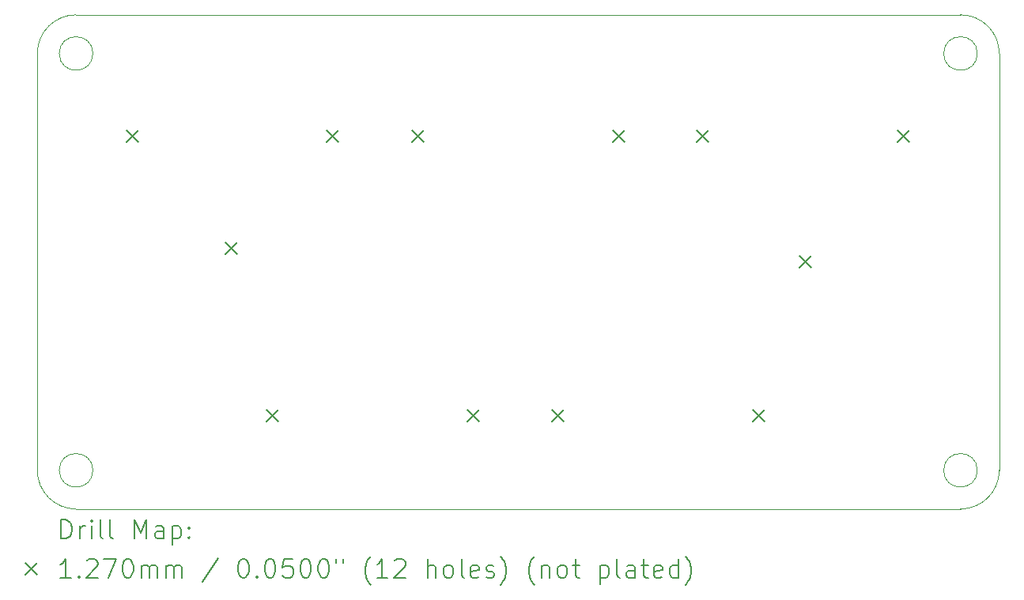
<source format=gbr>
%TF.GenerationSoftware,KiCad,Pcbnew,8.0.2-1*%
%TF.CreationDate,2024-06-18T10:27:21-04:00*%
%TF.ProjectId,Untitled,556e7469-746c-4656-942e-6b696361645f,rev?*%
%TF.SameCoordinates,Original*%
%TF.FileFunction,Drillmap*%
%TF.FilePolarity,Positive*%
%FSLAX45Y45*%
G04 Gerber Fmt 4.5, Leading zero omitted, Abs format (unit mm)*
G04 Created by KiCad (PCBNEW 8.0.2-1) date 2024-06-18 10:27:21*
%MOMM*%
%LPD*%
G01*
G04 APERTURE LIST*
%ADD10C,0.100000*%
%ADD11C,0.050000*%
%ADD12C,0.200000*%
%ADD13C,0.127000*%
G04 APERTURE END LIST*
D10*
X14735000Y-7350000D02*
G75*
G02*
X15150000Y-7765000I0J-415000D01*
G01*
D11*
X15150000Y-7765000D02*
X15150000Y-12235000D01*
D10*
X4850000Y-7765000D02*
G75*
G02*
X5265000Y-7350000I415000J0D01*
G01*
D11*
X5265000Y-12650000D02*
X14735000Y-12650000D01*
X5265000Y-7350000D02*
X14735000Y-7350000D01*
X4850000Y-7765000D02*
X4850000Y-12235000D01*
X5445000Y-12235000D02*
G75*
G02*
X5085000Y-12235000I-180000J0D01*
G01*
X5085000Y-12235000D02*
G75*
G02*
X5445000Y-12235000I180000J0D01*
G01*
X14915000Y-12235000D02*
G75*
G02*
X14555000Y-12235000I-180000J0D01*
G01*
X14555000Y-12235000D02*
G75*
G02*
X14915000Y-12235000I180000J0D01*
G01*
X14915000Y-7765000D02*
G75*
G02*
X14555000Y-7765000I-180000J0D01*
G01*
X14555000Y-7765000D02*
G75*
G02*
X14915000Y-7765000I180000J0D01*
G01*
X5265000Y-12650000D02*
G75*
G02*
X4850000Y-12235000I0J415000D01*
G01*
D10*
X15150000Y-12235000D02*
G75*
G02*
X14735000Y-12650000I-415000J0D01*
G01*
D11*
X5445000Y-7765000D02*
G75*
G02*
X5085000Y-7765000I-180000J0D01*
G01*
X5085000Y-7765000D02*
G75*
G02*
X5445000Y-7765000I180000J0D01*
G01*
D12*
D13*
X5802000Y-8586500D02*
X5929000Y-8713500D01*
X5929000Y-8586500D02*
X5802000Y-8713500D01*
X6866500Y-9786500D02*
X6993500Y-9913500D01*
X6993500Y-9786500D02*
X6866500Y-9913500D01*
X7307500Y-11586500D02*
X7434500Y-11713500D01*
X7434500Y-11586500D02*
X7307500Y-11713500D01*
X7951000Y-8586500D02*
X8078000Y-8713500D01*
X8078000Y-8586500D02*
X7951000Y-8713500D01*
X8862000Y-8586500D02*
X8989000Y-8713500D01*
X8989000Y-8586500D02*
X8862000Y-8713500D01*
X9456500Y-11586500D02*
X9583500Y-11713500D01*
X9583500Y-11586500D02*
X9456500Y-11713500D01*
X10362000Y-11586500D02*
X10489000Y-11713500D01*
X10489000Y-11586500D02*
X10362000Y-11713500D01*
X11011000Y-8586500D02*
X11138000Y-8713500D01*
X11138000Y-8586500D02*
X11011000Y-8713500D01*
X11911500Y-8586500D02*
X12038500Y-8713500D01*
X12038500Y-8586500D02*
X11911500Y-8713500D01*
X12511000Y-11586500D02*
X12638000Y-11713500D01*
X12638000Y-11586500D02*
X12511000Y-11713500D01*
X13006500Y-9936500D02*
X13133500Y-10063500D01*
X13133500Y-9936500D02*
X13006500Y-10063500D01*
X14060500Y-8586500D02*
X14187500Y-8713500D01*
X14187500Y-8586500D02*
X14060500Y-8713500D01*
D12*
X5105777Y-12966484D02*
X5105777Y-12766484D01*
X5105777Y-12766484D02*
X5153396Y-12766484D01*
X5153396Y-12766484D02*
X5181967Y-12776008D01*
X5181967Y-12776008D02*
X5201015Y-12795055D01*
X5201015Y-12795055D02*
X5210539Y-12814103D01*
X5210539Y-12814103D02*
X5220063Y-12852198D01*
X5220063Y-12852198D02*
X5220063Y-12880769D01*
X5220063Y-12880769D02*
X5210539Y-12918865D01*
X5210539Y-12918865D02*
X5201015Y-12937912D01*
X5201015Y-12937912D02*
X5181967Y-12956960D01*
X5181967Y-12956960D02*
X5153396Y-12966484D01*
X5153396Y-12966484D02*
X5105777Y-12966484D01*
X5305777Y-12966484D02*
X5305777Y-12833150D01*
X5305777Y-12871246D02*
X5315301Y-12852198D01*
X5315301Y-12852198D02*
X5324824Y-12842674D01*
X5324824Y-12842674D02*
X5343872Y-12833150D01*
X5343872Y-12833150D02*
X5362920Y-12833150D01*
X5429586Y-12966484D02*
X5429586Y-12833150D01*
X5429586Y-12766484D02*
X5420063Y-12776008D01*
X5420063Y-12776008D02*
X5429586Y-12785531D01*
X5429586Y-12785531D02*
X5439110Y-12776008D01*
X5439110Y-12776008D02*
X5429586Y-12766484D01*
X5429586Y-12766484D02*
X5429586Y-12785531D01*
X5553396Y-12966484D02*
X5534348Y-12956960D01*
X5534348Y-12956960D02*
X5524824Y-12937912D01*
X5524824Y-12937912D02*
X5524824Y-12766484D01*
X5658158Y-12966484D02*
X5639110Y-12956960D01*
X5639110Y-12956960D02*
X5629586Y-12937912D01*
X5629586Y-12937912D02*
X5629586Y-12766484D01*
X5886729Y-12966484D02*
X5886729Y-12766484D01*
X5886729Y-12766484D02*
X5953396Y-12909341D01*
X5953396Y-12909341D02*
X6020062Y-12766484D01*
X6020062Y-12766484D02*
X6020062Y-12966484D01*
X6201015Y-12966484D02*
X6201015Y-12861722D01*
X6201015Y-12861722D02*
X6191491Y-12842674D01*
X6191491Y-12842674D02*
X6172443Y-12833150D01*
X6172443Y-12833150D02*
X6134348Y-12833150D01*
X6134348Y-12833150D02*
X6115301Y-12842674D01*
X6201015Y-12956960D02*
X6181967Y-12966484D01*
X6181967Y-12966484D02*
X6134348Y-12966484D01*
X6134348Y-12966484D02*
X6115301Y-12956960D01*
X6115301Y-12956960D02*
X6105777Y-12937912D01*
X6105777Y-12937912D02*
X6105777Y-12918865D01*
X6105777Y-12918865D02*
X6115301Y-12899817D01*
X6115301Y-12899817D02*
X6134348Y-12890293D01*
X6134348Y-12890293D02*
X6181967Y-12890293D01*
X6181967Y-12890293D02*
X6201015Y-12880769D01*
X6296253Y-12833150D02*
X6296253Y-13033150D01*
X6296253Y-12842674D02*
X6315301Y-12833150D01*
X6315301Y-12833150D02*
X6353396Y-12833150D01*
X6353396Y-12833150D02*
X6372443Y-12842674D01*
X6372443Y-12842674D02*
X6381967Y-12852198D01*
X6381967Y-12852198D02*
X6391491Y-12871246D01*
X6391491Y-12871246D02*
X6391491Y-12928388D01*
X6391491Y-12928388D02*
X6381967Y-12947436D01*
X6381967Y-12947436D02*
X6372443Y-12956960D01*
X6372443Y-12956960D02*
X6353396Y-12966484D01*
X6353396Y-12966484D02*
X6315301Y-12966484D01*
X6315301Y-12966484D02*
X6296253Y-12956960D01*
X6477205Y-12947436D02*
X6486729Y-12956960D01*
X6486729Y-12956960D02*
X6477205Y-12966484D01*
X6477205Y-12966484D02*
X6467682Y-12956960D01*
X6467682Y-12956960D02*
X6477205Y-12947436D01*
X6477205Y-12947436D02*
X6477205Y-12966484D01*
X6477205Y-12842674D02*
X6486729Y-12852198D01*
X6486729Y-12852198D02*
X6477205Y-12861722D01*
X6477205Y-12861722D02*
X6467682Y-12852198D01*
X6467682Y-12852198D02*
X6477205Y-12842674D01*
X6477205Y-12842674D02*
X6477205Y-12861722D01*
D13*
X4718000Y-13231500D02*
X4845000Y-13358500D01*
X4845000Y-13231500D02*
X4718000Y-13358500D01*
D12*
X5210539Y-13386484D02*
X5096253Y-13386484D01*
X5153396Y-13386484D02*
X5153396Y-13186484D01*
X5153396Y-13186484D02*
X5134348Y-13215055D01*
X5134348Y-13215055D02*
X5115301Y-13234103D01*
X5115301Y-13234103D02*
X5096253Y-13243627D01*
X5296253Y-13367436D02*
X5305777Y-13376960D01*
X5305777Y-13376960D02*
X5296253Y-13386484D01*
X5296253Y-13386484D02*
X5286729Y-13376960D01*
X5286729Y-13376960D02*
X5296253Y-13367436D01*
X5296253Y-13367436D02*
X5296253Y-13386484D01*
X5381967Y-13205531D02*
X5391491Y-13196008D01*
X5391491Y-13196008D02*
X5410539Y-13186484D01*
X5410539Y-13186484D02*
X5458158Y-13186484D01*
X5458158Y-13186484D02*
X5477205Y-13196008D01*
X5477205Y-13196008D02*
X5486729Y-13205531D01*
X5486729Y-13205531D02*
X5496253Y-13224579D01*
X5496253Y-13224579D02*
X5496253Y-13243627D01*
X5496253Y-13243627D02*
X5486729Y-13272198D01*
X5486729Y-13272198D02*
X5372444Y-13386484D01*
X5372444Y-13386484D02*
X5496253Y-13386484D01*
X5562920Y-13186484D02*
X5696253Y-13186484D01*
X5696253Y-13186484D02*
X5610539Y-13386484D01*
X5810539Y-13186484D02*
X5829586Y-13186484D01*
X5829586Y-13186484D02*
X5848634Y-13196008D01*
X5848634Y-13196008D02*
X5858158Y-13205531D01*
X5858158Y-13205531D02*
X5867682Y-13224579D01*
X5867682Y-13224579D02*
X5877205Y-13262674D01*
X5877205Y-13262674D02*
X5877205Y-13310293D01*
X5877205Y-13310293D02*
X5867682Y-13348388D01*
X5867682Y-13348388D02*
X5858158Y-13367436D01*
X5858158Y-13367436D02*
X5848634Y-13376960D01*
X5848634Y-13376960D02*
X5829586Y-13386484D01*
X5829586Y-13386484D02*
X5810539Y-13386484D01*
X5810539Y-13386484D02*
X5791491Y-13376960D01*
X5791491Y-13376960D02*
X5781967Y-13367436D01*
X5781967Y-13367436D02*
X5772443Y-13348388D01*
X5772443Y-13348388D02*
X5762920Y-13310293D01*
X5762920Y-13310293D02*
X5762920Y-13262674D01*
X5762920Y-13262674D02*
X5772443Y-13224579D01*
X5772443Y-13224579D02*
X5781967Y-13205531D01*
X5781967Y-13205531D02*
X5791491Y-13196008D01*
X5791491Y-13196008D02*
X5810539Y-13186484D01*
X5962920Y-13386484D02*
X5962920Y-13253150D01*
X5962920Y-13272198D02*
X5972443Y-13262674D01*
X5972443Y-13262674D02*
X5991491Y-13253150D01*
X5991491Y-13253150D02*
X6020063Y-13253150D01*
X6020063Y-13253150D02*
X6039110Y-13262674D01*
X6039110Y-13262674D02*
X6048634Y-13281722D01*
X6048634Y-13281722D02*
X6048634Y-13386484D01*
X6048634Y-13281722D02*
X6058158Y-13262674D01*
X6058158Y-13262674D02*
X6077205Y-13253150D01*
X6077205Y-13253150D02*
X6105777Y-13253150D01*
X6105777Y-13253150D02*
X6124824Y-13262674D01*
X6124824Y-13262674D02*
X6134348Y-13281722D01*
X6134348Y-13281722D02*
X6134348Y-13386484D01*
X6229586Y-13386484D02*
X6229586Y-13253150D01*
X6229586Y-13272198D02*
X6239110Y-13262674D01*
X6239110Y-13262674D02*
X6258158Y-13253150D01*
X6258158Y-13253150D02*
X6286729Y-13253150D01*
X6286729Y-13253150D02*
X6305777Y-13262674D01*
X6305777Y-13262674D02*
X6315301Y-13281722D01*
X6315301Y-13281722D02*
X6315301Y-13386484D01*
X6315301Y-13281722D02*
X6324824Y-13262674D01*
X6324824Y-13262674D02*
X6343872Y-13253150D01*
X6343872Y-13253150D02*
X6372443Y-13253150D01*
X6372443Y-13253150D02*
X6391491Y-13262674D01*
X6391491Y-13262674D02*
X6401015Y-13281722D01*
X6401015Y-13281722D02*
X6401015Y-13386484D01*
X6791491Y-13176960D02*
X6620063Y-13434103D01*
X7048634Y-13186484D02*
X7067682Y-13186484D01*
X7067682Y-13186484D02*
X7086729Y-13196008D01*
X7086729Y-13196008D02*
X7096253Y-13205531D01*
X7096253Y-13205531D02*
X7105777Y-13224579D01*
X7105777Y-13224579D02*
X7115301Y-13262674D01*
X7115301Y-13262674D02*
X7115301Y-13310293D01*
X7115301Y-13310293D02*
X7105777Y-13348388D01*
X7105777Y-13348388D02*
X7096253Y-13367436D01*
X7096253Y-13367436D02*
X7086729Y-13376960D01*
X7086729Y-13376960D02*
X7067682Y-13386484D01*
X7067682Y-13386484D02*
X7048634Y-13386484D01*
X7048634Y-13386484D02*
X7029586Y-13376960D01*
X7029586Y-13376960D02*
X7020063Y-13367436D01*
X7020063Y-13367436D02*
X7010539Y-13348388D01*
X7010539Y-13348388D02*
X7001015Y-13310293D01*
X7001015Y-13310293D02*
X7001015Y-13262674D01*
X7001015Y-13262674D02*
X7010539Y-13224579D01*
X7010539Y-13224579D02*
X7020063Y-13205531D01*
X7020063Y-13205531D02*
X7029586Y-13196008D01*
X7029586Y-13196008D02*
X7048634Y-13186484D01*
X7201015Y-13367436D02*
X7210539Y-13376960D01*
X7210539Y-13376960D02*
X7201015Y-13386484D01*
X7201015Y-13386484D02*
X7191491Y-13376960D01*
X7191491Y-13376960D02*
X7201015Y-13367436D01*
X7201015Y-13367436D02*
X7201015Y-13386484D01*
X7334348Y-13186484D02*
X7353396Y-13186484D01*
X7353396Y-13186484D02*
X7372444Y-13196008D01*
X7372444Y-13196008D02*
X7381967Y-13205531D01*
X7381967Y-13205531D02*
X7391491Y-13224579D01*
X7391491Y-13224579D02*
X7401015Y-13262674D01*
X7401015Y-13262674D02*
X7401015Y-13310293D01*
X7401015Y-13310293D02*
X7391491Y-13348388D01*
X7391491Y-13348388D02*
X7381967Y-13367436D01*
X7381967Y-13367436D02*
X7372444Y-13376960D01*
X7372444Y-13376960D02*
X7353396Y-13386484D01*
X7353396Y-13386484D02*
X7334348Y-13386484D01*
X7334348Y-13386484D02*
X7315301Y-13376960D01*
X7315301Y-13376960D02*
X7305777Y-13367436D01*
X7305777Y-13367436D02*
X7296253Y-13348388D01*
X7296253Y-13348388D02*
X7286729Y-13310293D01*
X7286729Y-13310293D02*
X7286729Y-13262674D01*
X7286729Y-13262674D02*
X7296253Y-13224579D01*
X7296253Y-13224579D02*
X7305777Y-13205531D01*
X7305777Y-13205531D02*
X7315301Y-13196008D01*
X7315301Y-13196008D02*
X7334348Y-13186484D01*
X7581967Y-13186484D02*
X7486729Y-13186484D01*
X7486729Y-13186484D02*
X7477206Y-13281722D01*
X7477206Y-13281722D02*
X7486729Y-13272198D01*
X7486729Y-13272198D02*
X7505777Y-13262674D01*
X7505777Y-13262674D02*
X7553396Y-13262674D01*
X7553396Y-13262674D02*
X7572444Y-13272198D01*
X7572444Y-13272198D02*
X7581967Y-13281722D01*
X7581967Y-13281722D02*
X7591491Y-13300769D01*
X7591491Y-13300769D02*
X7591491Y-13348388D01*
X7591491Y-13348388D02*
X7581967Y-13367436D01*
X7581967Y-13367436D02*
X7572444Y-13376960D01*
X7572444Y-13376960D02*
X7553396Y-13386484D01*
X7553396Y-13386484D02*
X7505777Y-13386484D01*
X7505777Y-13386484D02*
X7486729Y-13376960D01*
X7486729Y-13376960D02*
X7477206Y-13367436D01*
X7715301Y-13186484D02*
X7734348Y-13186484D01*
X7734348Y-13186484D02*
X7753396Y-13196008D01*
X7753396Y-13196008D02*
X7762920Y-13205531D01*
X7762920Y-13205531D02*
X7772444Y-13224579D01*
X7772444Y-13224579D02*
X7781967Y-13262674D01*
X7781967Y-13262674D02*
X7781967Y-13310293D01*
X7781967Y-13310293D02*
X7772444Y-13348388D01*
X7772444Y-13348388D02*
X7762920Y-13367436D01*
X7762920Y-13367436D02*
X7753396Y-13376960D01*
X7753396Y-13376960D02*
X7734348Y-13386484D01*
X7734348Y-13386484D02*
X7715301Y-13386484D01*
X7715301Y-13386484D02*
X7696253Y-13376960D01*
X7696253Y-13376960D02*
X7686729Y-13367436D01*
X7686729Y-13367436D02*
X7677206Y-13348388D01*
X7677206Y-13348388D02*
X7667682Y-13310293D01*
X7667682Y-13310293D02*
X7667682Y-13262674D01*
X7667682Y-13262674D02*
X7677206Y-13224579D01*
X7677206Y-13224579D02*
X7686729Y-13205531D01*
X7686729Y-13205531D02*
X7696253Y-13196008D01*
X7696253Y-13196008D02*
X7715301Y-13186484D01*
X7905777Y-13186484D02*
X7924825Y-13186484D01*
X7924825Y-13186484D02*
X7943872Y-13196008D01*
X7943872Y-13196008D02*
X7953396Y-13205531D01*
X7953396Y-13205531D02*
X7962920Y-13224579D01*
X7962920Y-13224579D02*
X7972444Y-13262674D01*
X7972444Y-13262674D02*
X7972444Y-13310293D01*
X7972444Y-13310293D02*
X7962920Y-13348388D01*
X7962920Y-13348388D02*
X7953396Y-13367436D01*
X7953396Y-13367436D02*
X7943872Y-13376960D01*
X7943872Y-13376960D02*
X7924825Y-13386484D01*
X7924825Y-13386484D02*
X7905777Y-13386484D01*
X7905777Y-13386484D02*
X7886729Y-13376960D01*
X7886729Y-13376960D02*
X7877206Y-13367436D01*
X7877206Y-13367436D02*
X7867682Y-13348388D01*
X7867682Y-13348388D02*
X7858158Y-13310293D01*
X7858158Y-13310293D02*
X7858158Y-13262674D01*
X7858158Y-13262674D02*
X7867682Y-13224579D01*
X7867682Y-13224579D02*
X7877206Y-13205531D01*
X7877206Y-13205531D02*
X7886729Y-13196008D01*
X7886729Y-13196008D02*
X7905777Y-13186484D01*
X8048634Y-13186484D02*
X8048634Y-13224579D01*
X8124825Y-13186484D02*
X8124825Y-13224579D01*
X8420063Y-13462674D02*
X8410539Y-13453150D01*
X8410539Y-13453150D02*
X8391491Y-13424579D01*
X8391491Y-13424579D02*
X8381968Y-13405531D01*
X8381968Y-13405531D02*
X8372444Y-13376960D01*
X8372444Y-13376960D02*
X8362920Y-13329341D01*
X8362920Y-13329341D02*
X8362920Y-13291246D01*
X8362920Y-13291246D02*
X8372444Y-13243627D01*
X8372444Y-13243627D02*
X8381968Y-13215055D01*
X8381968Y-13215055D02*
X8391491Y-13196008D01*
X8391491Y-13196008D02*
X8410539Y-13167436D01*
X8410539Y-13167436D02*
X8420063Y-13157912D01*
X8601015Y-13386484D02*
X8486730Y-13386484D01*
X8543872Y-13386484D02*
X8543872Y-13186484D01*
X8543872Y-13186484D02*
X8524825Y-13215055D01*
X8524825Y-13215055D02*
X8505777Y-13234103D01*
X8505777Y-13234103D02*
X8486730Y-13243627D01*
X8677206Y-13205531D02*
X8686730Y-13196008D01*
X8686730Y-13196008D02*
X8705777Y-13186484D01*
X8705777Y-13186484D02*
X8753396Y-13186484D01*
X8753396Y-13186484D02*
X8772444Y-13196008D01*
X8772444Y-13196008D02*
X8781968Y-13205531D01*
X8781968Y-13205531D02*
X8791491Y-13224579D01*
X8791491Y-13224579D02*
X8791491Y-13243627D01*
X8791491Y-13243627D02*
X8781968Y-13272198D01*
X8781968Y-13272198D02*
X8667682Y-13386484D01*
X8667682Y-13386484D02*
X8791491Y-13386484D01*
X9029587Y-13386484D02*
X9029587Y-13186484D01*
X9115301Y-13386484D02*
X9115301Y-13281722D01*
X9115301Y-13281722D02*
X9105777Y-13262674D01*
X9105777Y-13262674D02*
X9086730Y-13253150D01*
X9086730Y-13253150D02*
X9058158Y-13253150D01*
X9058158Y-13253150D02*
X9039111Y-13262674D01*
X9039111Y-13262674D02*
X9029587Y-13272198D01*
X9239111Y-13386484D02*
X9220063Y-13376960D01*
X9220063Y-13376960D02*
X9210539Y-13367436D01*
X9210539Y-13367436D02*
X9201015Y-13348388D01*
X9201015Y-13348388D02*
X9201015Y-13291246D01*
X9201015Y-13291246D02*
X9210539Y-13272198D01*
X9210539Y-13272198D02*
X9220063Y-13262674D01*
X9220063Y-13262674D02*
X9239111Y-13253150D01*
X9239111Y-13253150D02*
X9267682Y-13253150D01*
X9267682Y-13253150D02*
X9286730Y-13262674D01*
X9286730Y-13262674D02*
X9296253Y-13272198D01*
X9296253Y-13272198D02*
X9305777Y-13291246D01*
X9305777Y-13291246D02*
X9305777Y-13348388D01*
X9305777Y-13348388D02*
X9296253Y-13367436D01*
X9296253Y-13367436D02*
X9286730Y-13376960D01*
X9286730Y-13376960D02*
X9267682Y-13386484D01*
X9267682Y-13386484D02*
X9239111Y-13386484D01*
X9420063Y-13386484D02*
X9401015Y-13376960D01*
X9401015Y-13376960D02*
X9391492Y-13357912D01*
X9391492Y-13357912D02*
X9391492Y-13186484D01*
X9572444Y-13376960D02*
X9553396Y-13386484D01*
X9553396Y-13386484D02*
X9515301Y-13386484D01*
X9515301Y-13386484D02*
X9496253Y-13376960D01*
X9496253Y-13376960D02*
X9486730Y-13357912D01*
X9486730Y-13357912D02*
X9486730Y-13281722D01*
X9486730Y-13281722D02*
X9496253Y-13262674D01*
X9496253Y-13262674D02*
X9515301Y-13253150D01*
X9515301Y-13253150D02*
X9553396Y-13253150D01*
X9553396Y-13253150D02*
X9572444Y-13262674D01*
X9572444Y-13262674D02*
X9581968Y-13281722D01*
X9581968Y-13281722D02*
X9581968Y-13300769D01*
X9581968Y-13300769D02*
X9486730Y-13319817D01*
X9658158Y-13376960D02*
X9677206Y-13386484D01*
X9677206Y-13386484D02*
X9715301Y-13386484D01*
X9715301Y-13386484D02*
X9734349Y-13376960D01*
X9734349Y-13376960D02*
X9743873Y-13357912D01*
X9743873Y-13357912D02*
X9743873Y-13348388D01*
X9743873Y-13348388D02*
X9734349Y-13329341D01*
X9734349Y-13329341D02*
X9715301Y-13319817D01*
X9715301Y-13319817D02*
X9686730Y-13319817D01*
X9686730Y-13319817D02*
X9667682Y-13310293D01*
X9667682Y-13310293D02*
X9658158Y-13291246D01*
X9658158Y-13291246D02*
X9658158Y-13281722D01*
X9658158Y-13281722D02*
X9667682Y-13262674D01*
X9667682Y-13262674D02*
X9686730Y-13253150D01*
X9686730Y-13253150D02*
X9715301Y-13253150D01*
X9715301Y-13253150D02*
X9734349Y-13262674D01*
X9810539Y-13462674D02*
X9820063Y-13453150D01*
X9820063Y-13453150D02*
X9839111Y-13424579D01*
X9839111Y-13424579D02*
X9848634Y-13405531D01*
X9848634Y-13405531D02*
X9858158Y-13376960D01*
X9858158Y-13376960D02*
X9867682Y-13329341D01*
X9867682Y-13329341D02*
X9867682Y-13291246D01*
X9867682Y-13291246D02*
X9858158Y-13243627D01*
X9858158Y-13243627D02*
X9848634Y-13215055D01*
X9848634Y-13215055D02*
X9839111Y-13196008D01*
X9839111Y-13196008D02*
X9820063Y-13167436D01*
X9820063Y-13167436D02*
X9810539Y-13157912D01*
X10172444Y-13462674D02*
X10162920Y-13453150D01*
X10162920Y-13453150D02*
X10143873Y-13424579D01*
X10143873Y-13424579D02*
X10134349Y-13405531D01*
X10134349Y-13405531D02*
X10124825Y-13376960D01*
X10124825Y-13376960D02*
X10115301Y-13329341D01*
X10115301Y-13329341D02*
X10115301Y-13291246D01*
X10115301Y-13291246D02*
X10124825Y-13243627D01*
X10124825Y-13243627D02*
X10134349Y-13215055D01*
X10134349Y-13215055D02*
X10143873Y-13196008D01*
X10143873Y-13196008D02*
X10162920Y-13167436D01*
X10162920Y-13167436D02*
X10172444Y-13157912D01*
X10248634Y-13253150D02*
X10248634Y-13386484D01*
X10248634Y-13272198D02*
X10258158Y-13262674D01*
X10258158Y-13262674D02*
X10277206Y-13253150D01*
X10277206Y-13253150D02*
X10305777Y-13253150D01*
X10305777Y-13253150D02*
X10324825Y-13262674D01*
X10324825Y-13262674D02*
X10334349Y-13281722D01*
X10334349Y-13281722D02*
X10334349Y-13386484D01*
X10458158Y-13386484D02*
X10439111Y-13376960D01*
X10439111Y-13376960D02*
X10429587Y-13367436D01*
X10429587Y-13367436D02*
X10420063Y-13348388D01*
X10420063Y-13348388D02*
X10420063Y-13291246D01*
X10420063Y-13291246D02*
X10429587Y-13272198D01*
X10429587Y-13272198D02*
X10439111Y-13262674D01*
X10439111Y-13262674D02*
X10458158Y-13253150D01*
X10458158Y-13253150D02*
X10486730Y-13253150D01*
X10486730Y-13253150D02*
X10505777Y-13262674D01*
X10505777Y-13262674D02*
X10515301Y-13272198D01*
X10515301Y-13272198D02*
X10524825Y-13291246D01*
X10524825Y-13291246D02*
X10524825Y-13348388D01*
X10524825Y-13348388D02*
X10515301Y-13367436D01*
X10515301Y-13367436D02*
X10505777Y-13376960D01*
X10505777Y-13376960D02*
X10486730Y-13386484D01*
X10486730Y-13386484D02*
X10458158Y-13386484D01*
X10581968Y-13253150D02*
X10658158Y-13253150D01*
X10610539Y-13186484D02*
X10610539Y-13357912D01*
X10610539Y-13357912D02*
X10620063Y-13376960D01*
X10620063Y-13376960D02*
X10639111Y-13386484D01*
X10639111Y-13386484D02*
X10658158Y-13386484D01*
X10877206Y-13253150D02*
X10877206Y-13453150D01*
X10877206Y-13262674D02*
X10896254Y-13253150D01*
X10896254Y-13253150D02*
X10934349Y-13253150D01*
X10934349Y-13253150D02*
X10953396Y-13262674D01*
X10953396Y-13262674D02*
X10962920Y-13272198D01*
X10962920Y-13272198D02*
X10972444Y-13291246D01*
X10972444Y-13291246D02*
X10972444Y-13348388D01*
X10972444Y-13348388D02*
X10962920Y-13367436D01*
X10962920Y-13367436D02*
X10953396Y-13376960D01*
X10953396Y-13376960D02*
X10934349Y-13386484D01*
X10934349Y-13386484D02*
X10896254Y-13386484D01*
X10896254Y-13386484D02*
X10877206Y-13376960D01*
X11086730Y-13386484D02*
X11067682Y-13376960D01*
X11067682Y-13376960D02*
X11058158Y-13357912D01*
X11058158Y-13357912D02*
X11058158Y-13186484D01*
X11248634Y-13386484D02*
X11248634Y-13281722D01*
X11248634Y-13281722D02*
X11239111Y-13262674D01*
X11239111Y-13262674D02*
X11220063Y-13253150D01*
X11220063Y-13253150D02*
X11181968Y-13253150D01*
X11181968Y-13253150D02*
X11162920Y-13262674D01*
X11248634Y-13376960D02*
X11229587Y-13386484D01*
X11229587Y-13386484D02*
X11181968Y-13386484D01*
X11181968Y-13386484D02*
X11162920Y-13376960D01*
X11162920Y-13376960D02*
X11153396Y-13357912D01*
X11153396Y-13357912D02*
X11153396Y-13338865D01*
X11153396Y-13338865D02*
X11162920Y-13319817D01*
X11162920Y-13319817D02*
X11181968Y-13310293D01*
X11181968Y-13310293D02*
X11229587Y-13310293D01*
X11229587Y-13310293D02*
X11248634Y-13300769D01*
X11315301Y-13253150D02*
X11391492Y-13253150D01*
X11343873Y-13186484D02*
X11343873Y-13357912D01*
X11343873Y-13357912D02*
X11353396Y-13376960D01*
X11353396Y-13376960D02*
X11372444Y-13386484D01*
X11372444Y-13386484D02*
X11391492Y-13386484D01*
X11534349Y-13376960D02*
X11515301Y-13386484D01*
X11515301Y-13386484D02*
X11477206Y-13386484D01*
X11477206Y-13386484D02*
X11458158Y-13376960D01*
X11458158Y-13376960D02*
X11448634Y-13357912D01*
X11448634Y-13357912D02*
X11448634Y-13281722D01*
X11448634Y-13281722D02*
X11458158Y-13262674D01*
X11458158Y-13262674D02*
X11477206Y-13253150D01*
X11477206Y-13253150D02*
X11515301Y-13253150D01*
X11515301Y-13253150D02*
X11534349Y-13262674D01*
X11534349Y-13262674D02*
X11543873Y-13281722D01*
X11543873Y-13281722D02*
X11543873Y-13300769D01*
X11543873Y-13300769D02*
X11448634Y-13319817D01*
X11715301Y-13386484D02*
X11715301Y-13186484D01*
X11715301Y-13376960D02*
X11696254Y-13386484D01*
X11696254Y-13386484D02*
X11658158Y-13386484D01*
X11658158Y-13386484D02*
X11639111Y-13376960D01*
X11639111Y-13376960D02*
X11629587Y-13367436D01*
X11629587Y-13367436D02*
X11620063Y-13348388D01*
X11620063Y-13348388D02*
X11620063Y-13291246D01*
X11620063Y-13291246D02*
X11629587Y-13272198D01*
X11629587Y-13272198D02*
X11639111Y-13262674D01*
X11639111Y-13262674D02*
X11658158Y-13253150D01*
X11658158Y-13253150D02*
X11696254Y-13253150D01*
X11696254Y-13253150D02*
X11715301Y-13262674D01*
X11791492Y-13462674D02*
X11801015Y-13453150D01*
X11801015Y-13453150D02*
X11820063Y-13424579D01*
X11820063Y-13424579D02*
X11829587Y-13405531D01*
X11829587Y-13405531D02*
X11839111Y-13376960D01*
X11839111Y-13376960D02*
X11848634Y-13329341D01*
X11848634Y-13329341D02*
X11848634Y-13291246D01*
X11848634Y-13291246D02*
X11839111Y-13243627D01*
X11839111Y-13243627D02*
X11829587Y-13215055D01*
X11829587Y-13215055D02*
X11820063Y-13196008D01*
X11820063Y-13196008D02*
X11801015Y-13167436D01*
X11801015Y-13167436D02*
X11791492Y-13157912D01*
M02*

</source>
